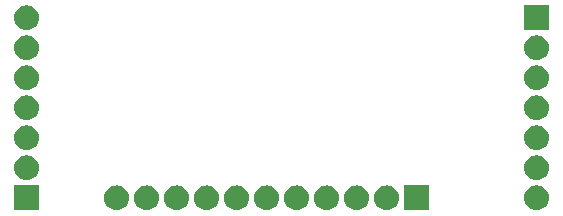
<source format=gbr>
G04 #@! TF.FileFunction,Soldermask,Top*
%FSLAX46Y46*%
G04 Gerber Fmt 4.6, Leading zero omitted, Abs format (unit mm)*
G04 Created by KiCad (PCBNEW 4.0.4-stable) date 12/09/17 21:43:02*
%MOMM*%
%LPD*%
G01*
G04 APERTURE LIST*
%ADD10C,0.100000*%
G04 APERTURE END LIST*
D10*
G36*
X124671034Y-85326351D02*
X124671052Y-85326357D01*
X124671132Y-85326365D01*
X124866891Y-85386963D01*
X125047153Y-85484430D01*
X125205049Y-85615053D01*
X125334567Y-85773858D01*
X125430773Y-85954795D01*
X125490003Y-86150973D01*
X125510000Y-86354919D01*
X125510000Y-86365154D01*
X125509927Y-86375685D01*
X125509926Y-86375692D01*
X125509898Y-86379741D01*
X125487055Y-86583388D01*
X125425092Y-86778720D01*
X125326369Y-86958296D01*
X125194647Y-87115277D01*
X125034941Y-87243684D01*
X124853337Y-87338624D01*
X124656750Y-87396483D01*
X124656680Y-87396489D01*
X124656661Y-87396495D01*
X124452675Y-87415059D01*
X124248966Y-87393649D01*
X124248948Y-87393643D01*
X124248868Y-87393635D01*
X124053109Y-87333037D01*
X123872847Y-87235570D01*
X123714951Y-87104947D01*
X123585433Y-86946142D01*
X123489227Y-86765205D01*
X123429997Y-86569027D01*
X123410000Y-86365081D01*
X123410000Y-86354846D01*
X123410073Y-86344315D01*
X123410074Y-86344308D01*
X123410102Y-86340259D01*
X123432945Y-86136612D01*
X123494908Y-85941280D01*
X123593631Y-85761704D01*
X123725353Y-85604723D01*
X123885059Y-85476316D01*
X124066663Y-85381376D01*
X124263250Y-85323517D01*
X124263320Y-85323511D01*
X124263339Y-85323505D01*
X124467325Y-85304941D01*
X124671034Y-85326351D01*
X124671034Y-85326351D01*
G37*
G36*
X147531034Y-85326351D02*
X147531052Y-85326357D01*
X147531132Y-85326365D01*
X147726891Y-85386963D01*
X147907153Y-85484430D01*
X148065049Y-85615053D01*
X148194567Y-85773858D01*
X148290773Y-85954795D01*
X148350003Y-86150973D01*
X148370000Y-86354919D01*
X148370000Y-86365154D01*
X148369927Y-86375685D01*
X148369926Y-86375692D01*
X148369898Y-86379741D01*
X148347055Y-86583388D01*
X148285092Y-86778720D01*
X148186369Y-86958296D01*
X148054647Y-87115277D01*
X147894941Y-87243684D01*
X147713337Y-87338624D01*
X147516750Y-87396483D01*
X147516680Y-87396489D01*
X147516661Y-87396495D01*
X147312675Y-87415059D01*
X147108966Y-87393649D01*
X147108948Y-87393643D01*
X147108868Y-87393635D01*
X146913109Y-87333037D01*
X146732847Y-87235570D01*
X146574951Y-87104947D01*
X146445433Y-86946142D01*
X146349227Y-86765205D01*
X146289997Y-86569027D01*
X146270000Y-86365081D01*
X146270000Y-86354846D01*
X146270073Y-86344315D01*
X146270074Y-86344308D01*
X146270102Y-86340259D01*
X146292945Y-86136612D01*
X146354908Y-85941280D01*
X146453631Y-85761704D01*
X146585353Y-85604723D01*
X146745059Y-85476316D01*
X146926663Y-85381376D01*
X147123250Y-85323517D01*
X147123320Y-85323511D01*
X147123339Y-85323505D01*
X147327325Y-85304941D01*
X147531034Y-85326351D01*
X147531034Y-85326351D01*
G37*
G36*
X144991034Y-85326351D02*
X144991052Y-85326357D01*
X144991132Y-85326365D01*
X145186891Y-85386963D01*
X145367153Y-85484430D01*
X145525049Y-85615053D01*
X145654567Y-85773858D01*
X145750773Y-85954795D01*
X145810003Y-86150973D01*
X145830000Y-86354919D01*
X145830000Y-86365154D01*
X145829927Y-86375685D01*
X145829926Y-86375692D01*
X145829898Y-86379741D01*
X145807055Y-86583388D01*
X145745092Y-86778720D01*
X145646369Y-86958296D01*
X145514647Y-87115277D01*
X145354941Y-87243684D01*
X145173337Y-87338624D01*
X144976750Y-87396483D01*
X144976680Y-87396489D01*
X144976661Y-87396495D01*
X144772675Y-87415059D01*
X144568966Y-87393649D01*
X144568948Y-87393643D01*
X144568868Y-87393635D01*
X144373109Y-87333037D01*
X144192847Y-87235570D01*
X144034951Y-87104947D01*
X143905433Y-86946142D01*
X143809227Y-86765205D01*
X143749997Y-86569027D01*
X143730000Y-86365081D01*
X143730000Y-86354846D01*
X143730073Y-86344315D01*
X143730074Y-86344308D01*
X143730102Y-86340259D01*
X143752945Y-86136612D01*
X143814908Y-85941280D01*
X143913631Y-85761704D01*
X144045353Y-85604723D01*
X144205059Y-85476316D01*
X144386663Y-85381376D01*
X144583250Y-85323517D01*
X144583320Y-85323511D01*
X144583339Y-85323505D01*
X144787325Y-85304941D01*
X144991034Y-85326351D01*
X144991034Y-85326351D01*
G37*
G36*
X142451034Y-85326351D02*
X142451052Y-85326357D01*
X142451132Y-85326365D01*
X142646891Y-85386963D01*
X142827153Y-85484430D01*
X142985049Y-85615053D01*
X143114567Y-85773858D01*
X143210773Y-85954795D01*
X143270003Y-86150973D01*
X143290000Y-86354919D01*
X143290000Y-86365154D01*
X143289927Y-86375685D01*
X143289926Y-86375692D01*
X143289898Y-86379741D01*
X143267055Y-86583388D01*
X143205092Y-86778720D01*
X143106369Y-86958296D01*
X142974647Y-87115277D01*
X142814941Y-87243684D01*
X142633337Y-87338624D01*
X142436750Y-87396483D01*
X142436680Y-87396489D01*
X142436661Y-87396495D01*
X142232675Y-87415059D01*
X142028966Y-87393649D01*
X142028948Y-87393643D01*
X142028868Y-87393635D01*
X141833109Y-87333037D01*
X141652847Y-87235570D01*
X141494951Y-87104947D01*
X141365433Y-86946142D01*
X141269227Y-86765205D01*
X141209997Y-86569027D01*
X141190000Y-86365081D01*
X141190000Y-86354846D01*
X141190073Y-86344315D01*
X141190074Y-86344308D01*
X141190102Y-86340259D01*
X141212945Y-86136612D01*
X141274908Y-85941280D01*
X141373631Y-85761704D01*
X141505353Y-85604723D01*
X141665059Y-85476316D01*
X141846663Y-85381376D01*
X142043250Y-85323517D01*
X142043320Y-85323511D01*
X142043339Y-85323505D01*
X142247325Y-85304941D01*
X142451034Y-85326351D01*
X142451034Y-85326351D01*
G37*
G36*
X139911034Y-85326351D02*
X139911052Y-85326357D01*
X139911132Y-85326365D01*
X140106891Y-85386963D01*
X140287153Y-85484430D01*
X140445049Y-85615053D01*
X140574567Y-85773858D01*
X140670773Y-85954795D01*
X140730003Y-86150973D01*
X140750000Y-86354919D01*
X140750000Y-86365154D01*
X140749927Y-86375685D01*
X140749926Y-86375692D01*
X140749898Y-86379741D01*
X140727055Y-86583388D01*
X140665092Y-86778720D01*
X140566369Y-86958296D01*
X140434647Y-87115277D01*
X140274941Y-87243684D01*
X140093337Y-87338624D01*
X139896750Y-87396483D01*
X139896680Y-87396489D01*
X139896661Y-87396495D01*
X139692675Y-87415059D01*
X139488966Y-87393649D01*
X139488948Y-87393643D01*
X139488868Y-87393635D01*
X139293109Y-87333037D01*
X139112847Y-87235570D01*
X138954951Y-87104947D01*
X138825433Y-86946142D01*
X138729227Y-86765205D01*
X138669997Y-86569027D01*
X138650000Y-86365081D01*
X138650000Y-86354846D01*
X138650073Y-86344315D01*
X138650074Y-86344308D01*
X138650102Y-86340259D01*
X138672945Y-86136612D01*
X138734908Y-85941280D01*
X138833631Y-85761704D01*
X138965353Y-85604723D01*
X139125059Y-85476316D01*
X139306663Y-85381376D01*
X139503250Y-85323517D01*
X139503320Y-85323511D01*
X139503339Y-85323505D01*
X139707325Y-85304941D01*
X139911034Y-85326351D01*
X139911034Y-85326351D01*
G37*
G36*
X137371034Y-85326351D02*
X137371052Y-85326357D01*
X137371132Y-85326365D01*
X137566891Y-85386963D01*
X137747153Y-85484430D01*
X137905049Y-85615053D01*
X138034567Y-85773858D01*
X138130773Y-85954795D01*
X138190003Y-86150973D01*
X138210000Y-86354919D01*
X138210000Y-86365154D01*
X138209927Y-86375685D01*
X138209926Y-86375692D01*
X138209898Y-86379741D01*
X138187055Y-86583388D01*
X138125092Y-86778720D01*
X138026369Y-86958296D01*
X137894647Y-87115277D01*
X137734941Y-87243684D01*
X137553337Y-87338624D01*
X137356750Y-87396483D01*
X137356680Y-87396489D01*
X137356661Y-87396495D01*
X137152675Y-87415059D01*
X136948966Y-87393649D01*
X136948948Y-87393643D01*
X136948868Y-87393635D01*
X136753109Y-87333037D01*
X136572847Y-87235570D01*
X136414951Y-87104947D01*
X136285433Y-86946142D01*
X136189227Y-86765205D01*
X136129997Y-86569027D01*
X136110000Y-86365081D01*
X136110000Y-86354846D01*
X136110073Y-86344315D01*
X136110074Y-86344308D01*
X136110102Y-86340259D01*
X136132945Y-86136612D01*
X136194908Y-85941280D01*
X136293631Y-85761704D01*
X136425353Y-85604723D01*
X136585059Y-85476316D01*
X136766663Y-85381376D01*
X136963250Y-85323517D01*
X136963320Y-85323511D01*
X136963339Y-85323505D01*
X137167325Y-85304941D01*
X137371034Y-85326351D01*
X137371034Y-85326351D01*
G37*
G36*
X134831034Y-85326351D02*
X134831052Y-85326357D01*
X134831132Y-85326365D01*
X135026891Y-85386963D01*
X135207153Y-85484430D01*
X135365049Y-85615053D01*
X135494567Y-85773858D01*
X135590773Y-85954795D01*
X135650003Y-86150973D01*
X135670000Y-86354919D01*
X135670000Y-86365154D01*
X135669927Y-86375685D01*
X135669926Y-86375692D01*
X135669898Y-86379741D01*
X135647055Y-86583388D01*
X135585092Y-86778720D01*
X135486369Y-86958296D01*
X135354647Y-87115277D01*
X135194941Y-87243684D01*
X135013337Y-87338624D01*
X134816750Y-87396483D01*
X134816680Y-87396489D01*
X134816661Y-87396495D01*
X134612675Y-87415059D01*
X134408966Y-87393649D01*
X134408948Y-87393643D01*
X134408868Y-87393635D01*
X134213109Y-87333037D01*
X134032847Y-87235570D01*
X133874951Y-87104947D01*
X133745433Y-86946142D01*
X133649227Y-86765205D01*
X133589997Y-86569027D01*
X133570000Y-86365081D01*
X133570000Y-86354846D01*
X133570073Y-86344315D01*
X133570074Y-86344308D01*
X133570102Y-86340259D01*
X133592945Y-86136612D01*
X133654908Y-85941280D01*
X133753631Y-85761704D01*
X133885353Y-85604723D01*
X134045059Y-85476316D01*
X134226663Y-85381376D01*
X134423250Y-85323517D01*
X134423320Y-85323511D01*
X134423339Y-85323505D01*
X134627325Y-85304941D01*
X134831034Y-85326351D01*
X134831034Y-85326351D01*
G37*
G36*
X132291034Y-85326351D02*
X132291052Y-85326357D01*
X132291132Y-85326365D01*
X132486891Y-85386963D01*
X132667153Y-85484430D01*
X132825049Y-85615053D01*
X132954567Y-85773858D01*
X133050773Y-85954795D01*
X133110003Y-86150973D01*
X133130000Y-86354919D01*
X133130000Y-86365154D01*
X133129927Y-86375685D01*
X133129926Y-86375692D01*
X133129898Y-86379741D01*
X133107055Y-86583388D01*
X133045092Y-86778720D01*
X132946369Y-86958296D01*
X132814647Y-87115277D01*
X132654941Y-87243684D01*
X132473337Y-87338624D01*
X132276750Y-87396483D01*
X132276680Y-87396489D01*
X132276661Y-87396495D01*
X132072675Y-87415059D01*
X131868966Y-87393649D01*
X131868948Y-87393643D01*
X131868868Y-87393635D01*
X131673109Y-87333037D01*
X131492847Y-87235570D01*
X131334951Y-87104947D01*
X131205433Y-86946142D01*
X131109227Y-86765205D01*
X131049997Y-86569027D01*
X131030000Y-86365081D01*
X131030000Y-86354846D01*
X131030073Y-86344315D01*
X131030074Y-86344308D01*
X131030102Y-86340259D01*
X131052945Y-86136612D01*
X131114908Y-85941280D01*
X131213631Y-85761704D01*
X131345353Y-85604723D01*
X131505059Y-85476316D01*
X131686663Y-85381376D01*
X131883250Y-85323517D01*
X131883320Y-85323511D01*
X131883339Y-85323505D01*
X132087325Y-85304941D01*
X132291034Y-85326351D01*
X132291034Y-85326351D01*
G37*
G36*
X129751034Y-85326351D02*
X129751052Y-85326357D01*
X129751132Y-85326365D01*
X129946891Y-85386963D01*
X130127153Y-85484430D01*
X130285049Y-85615053D01*
X130414567Y-85773858D01*
X130510773Y-85954795D01*
X130570003Y-86150973D01*
X130590000Y-86354919D01*
X130590000Y-86365154D01*
X130589927Y-86375685D01*
X130589926Y-86375692D01*
X130589898Y-86379741D01*
X130567055Y-86583388D01*
X130505092Y-86778720D01*
X130406369Y-86958296D01*
X130274647Y-87115277D01*
X130114941Y-87243684D01*
X129933337Y-87338624D01*
X129736750Y-87396483D01*
X129736680Y-87396489D01*
X129736661Y-87396495D01*
X129532675Y-87415059D01*
X129328966Y-87393649D01*
X129328948Y-87393643D01*
X129328868Y-87393635D01*
X129133109Y-87333037D01*
X128952847Y-87235570D01*
X128794951Y-87104947D01*
X128665433Y-86946142D01*
X128569227Y-86765205D01*
X128509997Y-86569027D01*
X128490000Y-86365081D01*
X128490000Y-86354846D01*
X128490073Y-86344315D01*
X128490074Y-86344308D01*
X128490102Y-86340259D01*
X128512945Y-86136612D01*
X128574908Y-85941280D01*
X128673631Y-85761704D01*
X128805353Y-85604723D01*
X128965059Y-85476316D01*
X129146663Y-85381376D01*
X129343250Y-85323517D01*
X129343320Y-85323511D01*
X129343339Y-85323505D01*
X129547325Y-85304941D01*
X129751034Y-85326351D01*
X129751034Y-85326351D01*
G37*
G36*
X127211034Y-85326351D02*
X127211052Y-85326357D01*
X127211132Y-85326365D01*
X127406891Y-85386963D01*
X127587153Y-85484430D01*
X127745049Y-85615053D01*
X127874567Y-85773858D01*
X127970773Y-85954795D01*
X128030003Y-86150973D01*
X128050000Y-86354919D01*
X128050000Y-86365154D01*
X128049927Y-86375685D01*
X128049926Y-86375692D01*
X128049898Y-86379741D01*
X128027055Y-86583388D01*
X127965092Y-86778720D01*
X127866369Y-86958296D01*
X127734647Y-87115277D01*
X127574941Y-87243684D01*
X127393337Y-87338624D01*
X127196750Y-87396483D01*
X127196680Y-87396489D01*
X127196661Y-87396495D01*
X126992675Y-87415059D01*
X126788966Y-87393649D01*
X126788948Y-87393643D01*
X126788868Y-87393635D01*
X126593109Y-87333037D01*
X126412847Y-87235570D01*
X126254951Y-87104947D01*
X126125433Y-86946142D01*
X126029227Y-86765205D01*
X125969997Y-86569027D01*
X125950000Y-86365081D01*
X125950000Y-86354846D01*
X125950073Y-86344315D01*
X125950074Y-86344308D01*
X125950102Y-86340259D01*
X125972945Y-86136612D01*
X126034908Y-85941280D01*
X126133631Y-85761704D01*
X126265353Y-85604723D01*
X126425059Y-85476316D01*
X126606663Y-85381376D01*
X126803250Y-85323517D01*
X126803320Y-85323511D01*
X126803339Y-85323505D01*
X127007325Y-85304941D01*
X127211034Y-85326351D01*
X127211034Y-85326351D01*
G37*
G36*
X117890000Y-87410000D02*
X115790000Y-87410000D01*
X115790000Y-85310000D01*
X117890000Y-85310000D01*
X117890000Y-87410000D01*
X117890000Y-87410000D01*
G37*
G36*
X150910000Y-87410000D02*
X148810000Y-87410000D01*
X148810000Y-85310000D01*
X150910000Y-85310000D01*
X150910000Y-87410000D01*
X150910000Y-87410000D01*
G37*
G36*
X160035685Y-85310073D02*
X160035692Y-85310074D01*
X160039741Y-85310102D01*
X160243388Y-85332945D01*
X160438720Y-85394908D01*
X160618296Y-85493631D01*
X160775277Y-85625353D01*
X160903684Y-85785059D01*
X160998624Y-85966663D01*
X161056483Y-86163250D01*
X161056489Y-86163320D01*
X161056495Y-86163339D01*
X161075059Y-86367325D01*
X161053649Y-86571034D01*
X161053643Y-86571052D01*
X161053635Y-86571132D01*
X160993037Y-86766891D01*
X160895570Y-86947153D01*
X160764947Y-87105049D01*
X160606142Y-87234567D01*
X160425205Y-87330773D01*
X160229027Y-87390003D01*
X160025081Y-87410000D01*
X160014846Y-87410000D01*
X160004315Y-87409927D01*
X160004308Y-87409926D01*
X160000259Y-87409898D01*
X159796612Y-87387055D01*
X159601280Y-87325092D01*
X159421704Y-87226369D01*
X159264723Y-87094647D01*
X159136316Y-86934941D01*
X159041376Y-86753337D01*
X158983517Y-86556750D01*
X158983511Y-86556680D01*
X158983505Y-86556661D01*
X158964941Y-86352675D01*
X158986351Y-86148966D01*
X158986357Y-86148948D01*
X158986365Y-86148868D01*
X159046963Y-85953109D01*
X159144430Y-85772847D01*
X159275053Y-85614951D01*
X159433858Y-85485433D01*
X159614795Y-85389227D01*
X159810973Y-85329997D01*
X160014919Y-85310000D01*
X160025154Y-85310000D01*
X160035685Y-85310073D01*
X160035685Y-85310073D01*
G37*
G36*
X116855685Y-82770073D02*
X116855692Y-82770074D01*
X116859741Y-82770102D01*
X117063388Y-82792945D01*
X117258720Y-82854908D01*
X117438296Y-82953631D01*
X117595277Y-83085353D01*
X117723684Y-83245059D01*
X117818624Y-83426663D01*
X117876483Y-83623250D01*
X117876489Y-83623320D01*
X117876495Y-83623339D01*
X117895059Y-83827325D01*
X117873649Y-84031034D01*
X117873643Y-84031052D01*
X117873635Y-84031132D01*
X117813037Y-84226891D01*
X117715570Y-84407153D01*
X117584947Y-84565049D01*
X117426142Y-84694567D01*
X117245205Y-84790773D01*
X117049027Y-84850003D01*
X116845081Y-84870000D01*
X116834846Y-84870000D01*
X116824315Y-84869927D01*
X116824308Y-84869926D01*
X116820259Y-84869898D01*
X116616612Y-84847055D01*
X116421280Y-84785092D01*
X116241704Y-84686369D01*
X116084723Y-84554647D01*
X115956316Y-84394941D01*
X115861376Y-84213337D01*
X115803517Y-84016750D01*
X115803511Y-84016680D01*
X115803505Y-84016661D01*
X115784941Y-83812675D01*
X115806351Y-83608966D01*
X115806357Y-83608948D01*
X115806365Y-83608868D01*
X115866963Y-83413109D01*
X115964430Y-83232847D01*
X116095053Y-83074951D01*
X116253858Y-82945433D01*
X116434795Y-82849227D01*
X116630973Y-82789997D01*
X116834919Y-82770000D01*
X116845154Y-82770000D01*
X116855685Y-82770073D01*
X116855685Y-82770073D01*
G37*
G36*
X160035685Y-82770073D02*
X160035692Y-82770074D01*
X160039741Y-82770102D01*
X160243388Y-82792945D01*
X160438720Y-82854908D01*
X160618296Y-82953631D01*
X160775277Y-83085353D01*
X160903684Y-83245059D01*
X160998624Y-83426663D01*
X161056483Y-83623250D01*
X161056489Y-83623320D01*
X161056495Y-83623339D01*
X161075059Y-83827325D01*
X161053649Y-84031034D01*
X161053643Y-84031052D01*
X161053635Y-84031132D01*
X160993037Y-84226891D01*
X160895570Y-84407153D01*
X160764947Y-84565049D01*
X160606142Y-84694567D01*
X160425205Y-84790773D01*
X160229027Y-84850003D01*
X160025081Y-84870000D01*
X160014846Y-84870000D01*
X160004315Y-84869927D01*
X160004308Y-84869926D01*
X160000259Y-84869898D01*
X159796612Y-84847055D01*
X159601280Y-84785092D01*
X159421704Y-84686369D01*
X159264723Y-84554647D01*
X159136316Y-84394941D01*
X159041376Y-84213337D01*
X158983517Y-84016750D01*
X158983511Y-84016680D01*
X158983505Y-84016661D01*
X158964941Y-83812675D01*
X158986351Y-83608966D01*
X158986357Y-83608948D01*
X158986365Y-83608868D01*
X159046963Y-83413109D01*
X159144430Y-83232847D01*
X159275053Y-83074951D01*
X159433858Y-82945433D01*
X159614795Y-82849227D01*
X159810973Y-82789997D01*
X160014919Y-82770000D01*
X160025154Y-82770000D01*
X160035685Y-82770073D01*
X160035685Y-82770073D01*
G37*
G36*
X160035685Y-80230073D02*
X160035692Y-80230074D01*
X160039741Y-80230102D01*
X160243388Y-80252945D01*
X160438720Y-80314908D01*
X160618296Y-80413631D01*
X160775277Y-80545353D01*
X160903684Y-80705059D01*
X160998624Y-80886663D01*
X161056483Y-81083250D01*
X161056489Y-81083320D01*
X161056495Y-81083339D01*
X161075059Y-81287325D01*
X161053649Y-81491034D01*
X161053643Y-81491052D01*
X161053635Y-81491132D01*
X160993037Y-81686891D01*
X160895570Y-81867153D01*
X160764947Y-82025049D01*
X160606142Y-82154567D01*
X160425205Y-82250773D01*
X160229027Y-82310003D01*
X160025081Y-82330000D01*
X160014846Y-82330000D01*
X160004315Y-82329927D01*
X160004308Y-82329926D01*
X160000259Y-82329898D01*
X159796612Y-82307055D01*
X159601280Y-82245092D01*
X159421704Y-82146369D01*
X159264723Y-82014647D01*
X159136316Y-81854941D01*
X159041376Y-81673337D01*
X158983517Y-81476750D01*
X158983511Y-81476680D01*
X158983505Y-81476661D01*
X158964941Y-81272675D01*
X158986351Y-81068966D01*
X158986357Y-81068948D01*
X158986365Y-81068868D01*
X159046963Y-80873109D01*
X159144430Y-80692847D01*
X159275053Y-80534951D01*
X159433858Y-80405433D01*
X159614795Y-80309227D01*
X159810973Y-80249997D01*
X160014919Y-80230000D01*
X160025154Y-80230000D01*
X160035685Y-80230073D01*
X160035685Y-80230073D01*
G37*
G36*
X116855685Y-80230073D02*
X116855692Y-80230074D01*
X116859741Y-80230102D01*
X117063388Y-80252945D01*
X117258720Y-80314908D01*
X117438296Y-80413631D01*
X117595277Y-80545353D01*
X117723684Y-80705059D01*
X117818624Y-80886663D01*
X117876483Y-81083250D01*
X117876489Y-81083320D01*
X117876495Y-81083339D01*
X117895059Y-81287325D01*
X117873649Y-81491034D01*
X117873643Y-81491052D01*
X117873635Y-81491132D01*
X117813037Y-81686891D01*
X117715570Y-81867153D01*
X117584947Y-82025049D01*
X117426142Y-82154567D01*
X117245205Y-82250773D01*
X117049027Y-82310003D01*
X116845081Y-82330000D01*
X116834846Y-82330000D01*
X116824315Y-82329927D01*
X116824308Y-82329926D01*
X116820259Y-82329898D01*
X116616612Y-82307055D01*
X116421280Y-82245092D01*
X116241704Y-82146369D01*
X116084723Y-82014647D01*
X115956316Y-81854941D01*
X115861376Y-81673337D01*
X115803517Y-81476750D01*
X115803511Y-81476680D01*
X115803505Y-81476661D01*
X115784941Y-81272675D01*
X115806351Y-81068966D01*
X115806357Y-81068948D01*
X115806365Y-81068868D01*
X115866963Y-80873109D01*
X115964430Y-80692847D01*
X116095053Y-80534951D01*
X116253858Y-80405433D01*
X116434795Y-80309227D01*
X116630973Y-80249997D01*
X116834919Y-80230000D01*
X116845154Y-80230000D01*
X116855685Y-80230073D01*
X116855685Y-80230073D01*
G37*
G36*
X160035685Y-77690073D02*
X160035692Y-77690074D01*
X160039741Y-77690102D01*
X160243388Y-77712945D01*
X160438720Y-77774908D01*
X160618296Y-77873631D01*
X160775277Y-78005353D01*
X160903684Y-78165059D01*
X160998624Y-78346663D01*
X161056483Y-78543250D01*
X161056489Y-78543320D01*
X161056495Y-78543339D01*
X161075059Y-78747325D01*
X161053649Y-78951034D01*
X161053643Y-78951052D01*
X161053635Y-78951132D01*
X160993037Y-79146891D01*
X160895570Y-79327153D01*
X160764947Y-79485049D01*
X160606142Y-79614567D01*
X160425205Y-79710773D01*
X160229027Y-79770003D01*
X160025081Y-79790000D01*
X160014846Y-79790000D01*
X160004315Y-79789927D01*
X160004308Y-79789926D01*
X160000259Y-79789898D01*
X159796612Y-79767055D01*
X159601280Y-79705092D01*
X159421704Y-79606369D01*
X159264723Y-79474647D01*
X159136316Y-79314941D01*
X159041376Y-79133337D01*
X158983517Y-78936750D01*
X158983511Y-78936680D01*
X158983505Y-78936661D01*
X158964941Y-78732675D01*
X158986351Y-78528966D01*
X158986357Y-78528948D01*
X158986365Y-78528868D01*
X159046963Y-78333109D01*
X159144430Y-78152847D01*
X159275053Y-77994951D01*
X159433858Y-77865433D01*
X159614795Y-77769227D01*
X159810973Y-77709997D01*
X160014919Y-77690000D01*
X160025154Y-77690000D01*
X160035685Y-77690073D01*
X160035685Y-77690073D01*
G37*
G36*
X116855685Y-77690073D02*
X116855692Y-77690074D01*
X116859741Y-77690102D01*
X117063388Y-77712945D01*
X117258720Y-77774908D01*
X117438296Y-77873631D01*
X117595277Y-78005353D01*
X117723684Y-78165059D01*
X117818624Y-78346663D01*
X117876483Y-78543250D01*
X117876489Y-78543320D01*
X117876495Y-78543339D01*
X117895059Y-78747325D01*
X117873649Y-78951034D01*
X117873643Y-78951052D01*
X117873635Y-78951132D01*
X117813037Y-79146891D01*
X117715570Y-79327153D01*
X117584947Y-79485049D01*
X117426142Y-79614567D01*
X117245205Y-79710773D01*
X117049027Y-79770003D01*
X116845081Y-79790000D01*
X116834846Y-79790000D01*
X116824315Y-79789927D01*
X116824308Y-79789926D01*
X116820259Y-79789898D01*
X116616612Y-79767055D01*
X116421280Y-79705092D01*
X116241704Y-79606369D01*
X116084723Y-79474647D01*
X115956316Y-79314941D01*
X115861376Y-79133337D01*
X115803517Y-78936750D01*
X115803511Y-78936680D01*
X115803505Y-78936661D01*
X115784941Y-78732675D01*
X115806351Y-78528966D01*
X115806357Y-78528948D01*
X115806365Y-78528868D01*
X115866963Y-78333109D01*
X115964430Y-78152847D01*
X116095053Y-77994951D01*
X116253858Y-77865433D01*
X116434795Y-77769227D01*
X116630973Y-77709997D01*
X116834919Y-77690000D01*
X116845154Y-77690000D01*
X116855685Y-77690073D01*
X116855685Y-77690073D01*
G37*
G36*
X116855685Y-75150073D02*
X116855692Y-75150074D01*
X116859741Y-75150102D01*
X117063388Y-75172945D01*
X117258720Y-75234908D01*
X117438296Y-75333631D01*
X117595277Y-75465353D01*
X117723684Y-75625059D01*
X117818624Y-75806663D01*
X117876483Y-76003250D01*
X117876489Y-76003320D01*
X117876495Y-76003339D01*
X117895059Y-76207325D01*
X117873649Y-76411034D01*
X117873643Y-76411052D01*
X117873635Y-76411132D01*
X117813037Y-76606891D01*
X117715570Y-76787153D01*
X117584947Y-76945049D01*
X117426142Y-77074567D01*
X117245205Y-77170773D01*
X117049027Y-77230003D01*
X116845081Y-77250000D01*
X116834846Y-77250000D01*
X116824315Y-77249927D01*
X116824308Y-77249926D01*
X116820259Y-77249898D01*
X116616612Y-77227055D01*
X116421280Y-77165092D01*
X116241704Y-77066369D01*
X116084723Y-76934647D01*
X115956316Y-76774941D01*
X115861376Y-76593337D01*
X115803517Y-76396750D01*
X115803511Y-76396680D01*
X115803505Y-76396661D01*
X115784941Y-76192675D01*
X115806351Y-75988966D01*
X115806357Y-75988948D01*
X115806365Y-75988868D01*
X115866963Y-75793109D01*
X115964430Y-75612847D01*
X116095053Y-75454951D01*
X116253858Y-75325433D01*
X116434795Y-75229227D01*
X116630973Y-75169997D01*
X116834919Y-75150000D01*
X116845154Y-75150000D01*
X116855685Y-75150073D01*
X116855685Y-75150073D01*
G37*
G36*
X160035685Y-75150073D02*
X160035692Y-75150074D01*
X160039741Y-75150102D01*
X160243388Y-75172945D01*
X160438720Y-75234908D01*
X160618296Y-75333631D01*
X160775277Y-75465353D01*
X160903684Y-75625059D01*
X160998624Y-75806663D01*
X161056483Y-76003250D01*
X161056489Y-76003320D01*
X161056495Y-76003339D01*
X161075059Y-76207325D01*
X161053649Y-76411034D01*
X161053643Y-76411052D01*
X161053635Y-76411132D01*
X160993037Y-76606891D01*
X160895570Y-76787153D01*
X160764947Y-76945049D01*
X160606142Y-77074567D01*
X160425205Y-77170773D01*
X160229027Y-77230003D01*
X160025081Y-77250000D01*
X160014846Y-77250000D01*
X160004315Y-77249927D01*
X160004308Y-77249926D01*
X160000259Y-77249898D01*
X159796612Y-77227055D01*
X159601280Y-77165092D01*
X159421704Y-77066369D01*
X159264723Y-76934647D01*
X159136316Y-76774941D01*
X159041376Y-76593337D01*
X158983517Y-76396750D01*
X158983511Y-76396680D01*
X158983505Y-76396661D01*
X158964941Y-76192675D01*
X158986351Y-75988966D01*
X158986357Y-75988948D01*
X158986365Y-75988868D01*
X159046963Y-75793109D01*
X159144430Y-75612847D01*
X159275053Y-75454951D01*
X159433858Y-75325433D01*
X159614795Y-75229227D01*
X159810973Y-75169997D01*
X160014919Y-75150000D01*
X160025154Y-75150000D01*
X160035685Y-75150073D01*
X160035685Y-75150073D01*
G37*
G36*
X160035685Y-72610073D02*
X160035692Y-72610074D01*
X160039741Y-72610102D01*
X160243388Y-72632945D01*
X160438720Y-72694908D01*
X160618296Y-72793631D01*
X160775277Y-72925353D01*
X160903684Y-73085059D01*
X160998624Y-73266663D01*
X161056483Y-73463250D01*
X161056489Y-73463320D01*
X161056495Y-73463339D01*
X161075059Y-73667325D01*
X161053649Y-73871034D01*
X161053643Y-73871052D01*
X161053635Y-73871132D01*
X160993037Y-74066891D01*
X160895570Y-74247153D01*
X160764947Y-74405049D01*
X160606142Y-74534567D01*
X160425205Y-74630773D01*
X160229027Y-74690003D01*
X160025081Y-74710000D01*
X160014846Y-74710000D01*
X160004315Y-74709927D01*
X160004308Y-74709926D01*
X160000259Y-74709898D01*
X159796612Y-74687055D01*
X159601280Y-74625092D01*
X159421704Y-74526369D01*
X159264723Y-74394647D01*
X159136316Y-74234941D01*
X159041376Y-74053337D01*
X158983517Y-73856750D01*
X158983511Y-73856680D01*
X158983505Y-73856661D01*
X158964941Y-73652675D01*
X158986351Y-73448966D01*
X158986357Y-73448948D01*
X158986365Y-73448868D01*
X159046963Y-73253109D01*
X159144430Y-73072847D01*
X159275053Y-72914951D01*
X159433858Y-72785433D01*
X159614795Y-72689227D01*
X159810973Y-72629997D01*
X160014919Y-72610000D01*
X160025154Y-72610000D01*
X160035685Y-72610073D01*
X160035685Y-72610073D01*
G37*
G36*
X116855685Y-72610073D02*
X116855692Y-72610074D01*
X116859741Y-72610102D01*
X117063388Y-72632945D01*
X117258720Y-72694908D01*
X117438296Y-72793631D01*
X117595277Y-72925353D01*
X117723684Y-73085059D01*
X117818624Y-73266663D01*
X117876483Y-73463250D01*
X117876489Y-73463320D01*
X117876495Y-73463339D01*
X117895059Y-73667325D01*
X117873649Y-73871034D01*
X117873643Y-73871052D01*
X117873635Y-73871132D01*
X117813037Y-74066891D01*
X117715570Y-74247153D01*
X117584947Y-74405049D01*
X117426142Y-74534567D01*
X117245205Y-74630773D01*
X117049027Y-74690003D01*
X116845081Y-74710000D01*
X116834846Y-74710000D01*
X116824315Y-74709927D01*
X116824308Y-74709926D01*
X116820259Y-74709898D01*
X116616612Y-74687055D01*
X116421280Y-74625092D01*
X116241704Y-74526369D01*
X116084723Y-74394647D01*
X115956316Y-74234941D01*
X115861376Y-74053337D01*
X115803517Y-73856750D01*
X115803511Y-73856680D01*
X115803505Y-73856661D01*
X115784941Y-73652675D01*
X115806351Y-73448966D01*
X115806357Y-73448948D01*
X115806365Y-73448868D01*
X115866963Y-73253109D01*
X115964430Y-73072847D01*
X116095053Y-72914951D01*
X116253858Y-72785433D01*
X116434795Y-72689227D01*
X116630973Y-72629997D01*
X116834919Y-72610000D01*
X116845154Y-72610000D01*
X116855685Y-72610073D01*
X116855685Y-72610073D01*
G37*
G36*
X161070000Y-72170000D02*
X158970000Y-72170000D01*
X158970000Y-70070000D01*
X161070000Y-70070000D01*
X161070000Y-72170000D01*
X161070000Y-72170000D01*
G37*
G36*
X116855685Y-70070073D02*
X116855692Y-70070074D01*
X116859741Y-70070102D01*
X117063388Y-70092945D01*
X117258720Y-70154908D01*
X117438296Y-70253631D01*
X117595277Y-70385353D01*
X117723684Y-70545059D01*
X117818624Y-70726663D01*
X117876483Y-70923250D01*
X117876489Y-70923320D01*
X117876495Y-70923339D01*
X117895059Y-71127325D01*
X117873649Y-71331034D01*
X117873643Y-71331052D01*
X117873635Y-71331132D01*
X117813037Y-71526891D01*
X117715570Y-71707153D01*
X117584947Y-71865049D01*
X117426142Y-71994567D01*
X117245205Y-72090773D01*
X117049027Y-72150003D01*
X116845081Y-72170000D01*
X116834846Y-72170000D01*
X116824315Y-72169927D01*
X116824308Y-72169926D01*
X116820259Y-72169898D01*
X116616612Y-72147055D01*
X116421280Y-72085092D01*
X116241704Y-71986369D01*
X116084723Y-71854647D01*
X115956316Y-71694941D01*
X115861376Y-71513337D01*
X115803517Y-71316750D01*
X115803511Y-71316680D01*
X115803505Y-71316661D01*
X115784941Y-71112675D01*
X115806351Y-70908966D01*
X115806357Y-70908948D01*
X115806365Y-70908868D01*
X115866963Y-70713109D01*
X115964430Y-70532847D01*
X116095053Y-70374951D01*
X116253858Y-70245433D01*
X116434795Y-70149227D01*
X116630973Y-70089997D01*
X116834919Y-70070000D01*
X116845154Y-70070000D01*
X116855685Y-70070073D01*
X116855685Y-70070073D01*
G37*
M02*

</source>
